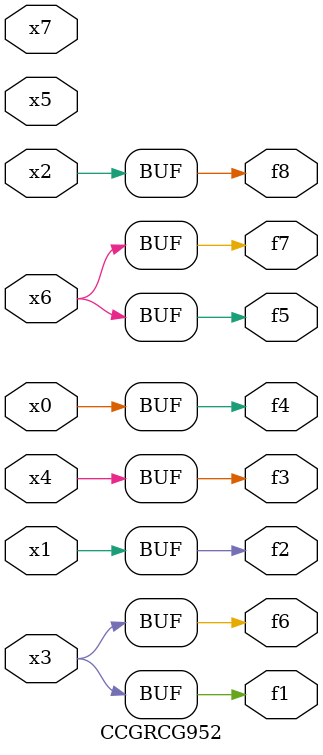
<source format=v>
module CCGRCG952(
	input x0, x1, x2, x3, x4, x5, x6, x7,
	output f1, f2, f3, f4, f5, f6, f7, f8
);
	assign f1 = x3;
	assign f2 = x1;
	assign f3 = x4;
	assign f4 = x0;
	assign f5 = x6;
	assign f6 = x3;
	assign f7 = x6;
	assign f8 = x2;
endmodule

</source>
